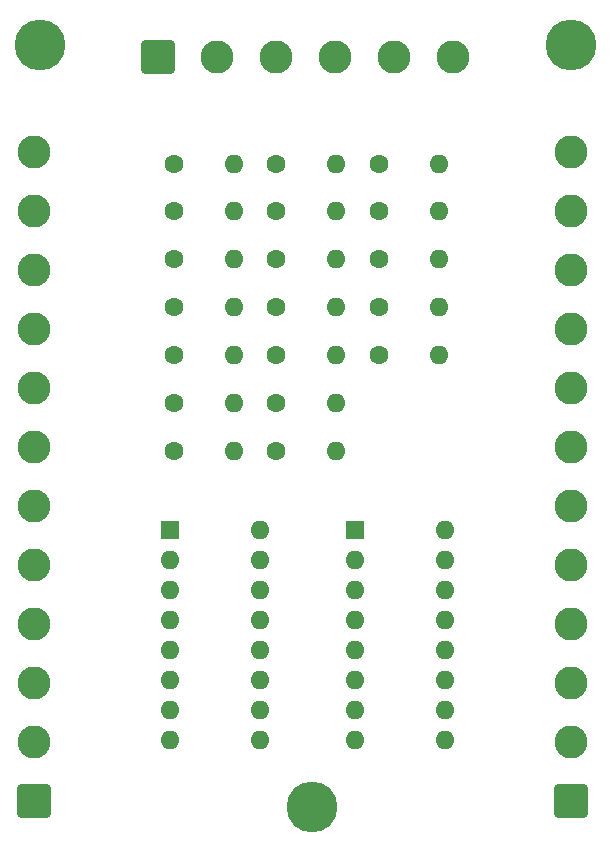
<source format=gbr>
G04 #@! TF.GenerationSoftware,KiCad,Pcbnew,9.0.0*
G04 #@! TF.CreationDate,2025-04-17T23:52:23+01:00*
G04 #@! TF.ProjectId,SNES_CONTROLLER,534e4553-5f43-44f4-9e54-524f4c4c4552,rev?*
G04 #@! TF.SameCoordinates,Original*
G04 #@! TF.FileFunction,Soldermask,Bot*
G04 #@! TF.FilePolarity,Negative*
%FSLAX46Y46*%
G04 Gerber Fmt 4.6, Leading zero omitted, Abs format (unit mm)*
G04 Created by KiCad (PCBNEW 9.0.0) date 2025-04-17 23:52:23*
%MOMM*%
%LPD*%
G01*
G04 APERTURE LIST*
G04 Aperture macros list*
%AMRoundRect*
0 Rectangle with rounded corners*
0 $1 Rounding radius*
0 $2 $3 $4 $5 $6 $7 $8 $9 X,Y pos of 4 corners*
0 Add a 4 corners polygon primitive as box body*
4,1,4,$2,$3,$4,$5,$6,$7,$8,$9,$2,$3,0*
0 Add four circle primitives for the rounded corners*
1,1,$1+$1,$2,$3*
1,1,$1+$1,$4,$5*
1,1,$1+$1,$6,$7*
1,1,$1+$1,$8,$9*
0 Add four rect primitives between the rounded corners*
20,1,$1+$1,$2,$3,$4,$5,0*
20,1,$1+$1,$4,$5,$6,$7,0*
20,1,$1+$1,$6,$7,$8,$9,0*
20,1,$1+$1,$8,$9,$2,$3,0*%
G04 Aperture macros list end*
%ADD10C,4.300000*%
%ADD11C,1.600000*%
%ADD12O,1.600000X1.600000*%
%ADD13RoundRect,0.250001X1.149999X-1.149999X1.149999X1.149999X-1.149999X1.149999X-1.149999X-1.149999X0*%
%ADD14C,2.800000*%
%ADD15R,1.600000X1.600000*%
%ADD16RoundRect,0.250001X-1.149999X-1.149999X1.149999X-1.149999X1.149999X1.149999X-1.149999X1.149999X0*%
G04 APERTURE END LIST*
D10*
X149000000Y-65500000D03*
X104000000Y-65500000D03*
X127000000Y-130000000D03*
D11*
X124000000Y-75500000D03*
D12*
X129080000Y-75500000D03*
D11*
X124000000Y-83600000D03*
D12*
X129080000Y-83600000D03*
D11*
X132680000Y-87650000D03*
D12*
X137760000Y-87650000D03*
D13*
X103500000Y-129500000D03*
D14*
X103500000Y-124500000D03*
X103500000Y-119500000D03*
X103500000Y-114500000D03*
X103500000Y-109500000D03*
X103500000Y-104500000D03*
X103500000Y-99500000D03*
X103500000Y-94500000D03*
X103500000Y-89500000D03*
X103500000Y-84500000D03*
X103500000Y-79500000D03*
X103500000Y-74500000D03*
D15*
X130635000Y-106520000D03*
D12*
X130635000Y-109060000D03*
X130635000Y-111600000D03*
X130635000Y-114140000D03*
X130635000Y-116680000D03*
X130635000Y-119220000D03*
X130635000Y-121760000D03*
X130635000Y-124300000D03*
X138255000Y-124300000D03*
X138255000Y-121760000D03*
X138255000Y-119220000D03*
X138255000Y-116680000D03*
X138255000Y-114140000D03*
X138255000Y-111600000D03*
X138255000Y-109060000D03*
X138255000Y-106520000D03*
D11*
X132680000Y-91700000D03*
D12*
X137760000Y-91700000D03*
D11*
X115320000Y-95750000D03*
D12*
X120400000Y-95750000D03*
D11*
X132680000Y-75500000D03*
D12*
X137760000Y-75500000D03*
D11*
X115320000Y-79550000D03*
D12*
X120400000Y-79550000D03*
D13*
X149000000Y-129500000D03*
D14*
X149000000Y-124500000D03*
X149000000Y-119500000D03*
X149000000Y-114500000D03*
X149000000Y-109500000D03*
X149000000Y-104500000D03*
X149000000Y-99500000D03*
X149000000Y-94500000D03*
X149000000Y-89500000D03*
X149000000Y-84500000D03*
X149000000Y-79500000D03*
X149000000Y-74500000D03*
D11*
X115320000Y-75500000D03*
D12*
X120400000Y-75500000D03*
D11*
X124000000Y-79550000D03*
D12*
X129080000Y-79550000D03*
D16*
X114000000Y-66500000D03*
D14*
X119000000Y-66500000D03*
X124000000Y-66500000D03*
X129000000Y-66500000D03*
X134000000Y-66500000D03*
X139000000Y-66500000D03*
D11*
X124000000Y-95750000D03*
D12*
X129080000Y-95750000D03*
D11*
X115320000Y-99800000D03*
D12*
X120400000Y-99800000D03*
D11*
X124000000Y-87650000D03*
D12*
X129080000Y-87650000D03*
D11*
X115320000Y-87650000D03*
D12*
X120400000Y-87650000D03*
D15*
X115015000Y-106520000D03*
D12*
X115015000Y-109060000D03*
X115015000Y-111600000D03*
X115015000Y-114140000D03*
X115015000Y-116680000D03*
X115015000Y-119220000D03*
X115015000Y-121760000D03*
X115015000Y-124300000D03*
X122635000Y-124300000D03*
X122635000Y-121760000D03*
X122635000Y-119220000D03*
X122635000Y-116680000D03*
X122635000Y-114140000D03*
X122635000Y-111600000D03*
X122635000Y-109060000D03*
X122635000Y-106520000D03*
D11*
X124000000Y-91700000D03*
D12*
X129080000Y-91700000D03*
D11*
X115320000Y-91700000D03*
D12*
X120400000Y-91700000D03*
D11*
X115320000Y-83600000D03*
D12*
X120400000Y-83600000D03*
D11*
X132680000Y-83600000D03*
D12*
X137760000Y-83600000D03*
D11*
X124000000Y-99800000D03*
D12*
X129080000Y-99800000D03*
D11*
X132680000Y-79550000D03*
D12*
X137760000Y-79550000D03*
M02*

</source>
